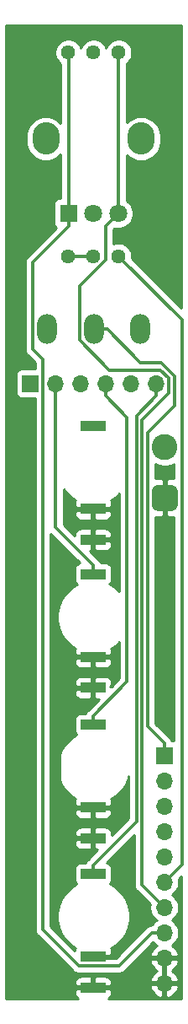
<source format=gbl>
G04 #@! TF.GenerationSoftware,KiCad,Pcbnew,(5.1.5-0-10_14)*
G04 #@! TF.CreationDate,2020-09-23T15:18:55-04:00*
G04 #@! TF.ProjectId,AYOMSM - VCA Control Board,41594f4d-534d-4202-9d20-56434120436f,1.1*
G04 #@! TF.SameCoordinates,Original*
G04 #@! TF.FileFunction,Copper,L2,Bot*
G04 #@! TF.FilePolarity,Positive*
%FSLAX46Y46*%
G04 Gerber Fmt 4.6, Leading zero omitted, Abs format (unit mm)*
G04 Created by KiCad (PCBNEW (5.1.5-0-10_14)) date 2020-09-23 15:18:55*
%MOMM*%
%LPD*%
G04 APERTURE LIST*
%ADD10R,1.700000X1.700000*%
%ADD11O,1.700000X1.700000*%
%ADD12C,1.440000*%
%ADD13R,1.800000X1.800000*%
%ADD14C,1.800000*%
%ADD15O,2.720000X3.240000*%
%ADD16C,0.100000*%
%ADD17C,2.600000*%
%ADD18O,2.000000X3.000000*%
%ADD19R,2.500000X1.000000*%
%ADD20C,0.300000*%
%ADD21C,0.254000*%
G04 APERTURE END LIST*
D10*
X79150000Y-90614500D03*
D11*
X81690000Y-90614500D03*
X84230000Y-90614500D03*
X86770000Y-90614500D03*
X89310000Y-90614500D03*
X91850000Y-90614500D03*
D10*
X92646500Y-127965000D03*
D11*
X92646500Y-130505000D03*
X92646500Y-133045000D03*
X92646500Y-135585000D03*
X92646500Y-138125000D03*
X92646500Y-140665000D03*
X92646500Y-143205000D03*
X92646500Y-145745000D03*
X92646500Y-148285000D03*
X92646500Y-150825000D03*
D12*
X88030000Y-77851000D03*
X85490000Y-77851000D03*
X82950000Y-77851000D03*
X88050000Y-57404000D03*
X85510000Y-57404000D03*
X82970000Y-57404000D03*
D13*
X83000000Y-73556000D03*
D14*
X85500000Y-73556000D03*
X88000000Y-73556000D03*
D15*
X90300000Y-66056000D03*
X80700000Y-66056000D03*
G04 #@! TA.AperFunction,ComponentPad*
D16*
G36*
X93423711Y-100811130D02*
G01*
X93486809Y-100820490D01*
X93548685Y-100835989D01*
X93608744Y-100857478D01*
X93666408Y-100884751D01*
X93721121Y-100917545D01*
X93772356Y-100955543D01*
X93819619Y-100998381D01*
X93862457Y-101045644D01*
X93900455Y-101096879D01*
X93933249Y-101151592D01*
X93960522Y-101209256D01*
X93982011Y-101269315D01*
X93997510Y-101331191D01*
X94006870Y-101394289D01*
X94010000Y-101458000D01*
X94010000Y-102758000D01*
X94006870Y-102821711D01*
X93997510Y-102884809D01*
X93982011Y-102946685D01*
X93960522Y-103006744D01*
X93933249Y-103064408D01*
X93900455Y-103119121D01*
X93862457Y-103170356D01*
X93819619Y-103217619D01*
X93772356Y-103260457D01*
X93721121Y-103298455D01*
X93666408Y-103331249D01*
X93608744Y-103358522D01*
X93548685Y-103380011D01*
X93486809Y-103395510D01*
X93423711Y-103404870D01*
X93360000Y-103408000D01*
X92060000Y-103408000D01*
X91996289Y-103404870D01*
X91933191Y-103395510D01*
X91871315Y-103380011D01*
X91811256Y-103358522D01*
X91753592Y-103331249D01*
X91698879Y-103298455D01*
X91647644Y-103260457D01*
X91600381Y-103217619D01*
X91557543Y-103170356D01*
X91519545Y-103119121D01*
X91486751Y-103064408D01*
X91459478Y-103006744D01*
X91437989Y-102946685D01*
X91422490Y-102884809D01*
X91413130Y-102821711D01*
X91410000Y-102758000D01*
X91410000Y-101458000D01*
X91413130Y-101394289D01*
X91422490Y-101331191D01*
X91437989Y-101269315D01*
X91459478Y-101209256D01*
X91486751Y-101151592D01*
X91519545Y-101096879D01*
X91557543Y-101045644D01*
X91600381Y-100998381D01*
X91647644Y-100955543D01*
X91698879Y-100917545D01*
X91753592Y-100884751D01*
X91811256Y-100857478D01*
X91871315Y-100835989D01*
X91933191Y-100820490D01*
X91996289Y-100811130D01*
X92060000Y-100808000D01*
X93360000Y-100808000D01*
X93423711Y-100811130D01*
G37*
G04 #@! TD.AperFunction*
D17*
X92710000Y-97028000D03*
D18*
X80822800Y-85189800D03*
X85522800Y-85189800D03*
X90222800Y-85189800D03*
D19*
X85471000Y-94902000D03*
X85471000Y-103202000D03*
X85471000Y-106302000D03*
X85471000Y-109761000D03*
X85471000Y-118061000D03*
X85471000Y-121161000D03*
X85471000Y-124874000D03*
X85471000Y-133174000D03*
X85471000Y-136274000D03*
X85471000Y-139860000D03*
X85471000Y-148160000D03*
X85471000Y-151260000D03*
D20*
X85471000Y-121161000D02*
X85471000Y-122061300D01*
X85471000Y-133174000D02*
X83820700Y-133174000D01*
X83820700Y-133174000D02*
X82086300Y-131439600D01*
X82086300Y-131439600D02*
X82086300Y-125446000D01*
X82086300Y-125446000D02*
X85471000Y-122061300D01*
X91850000Y-91864800D02*
X89846600Y-93868200D01*
X89846600Y-93868200D02*
X89846600Y-134584100D01*
X89846600Y-134584100D02*
X85471000Y-138959700D01*
X91850000Y-90614500D02*
X91850000Y-91864800D01*
X85471000Y-139860000D02*
X85471000Y-138959700D01*
X85471000Y-109761000D02*
X85471000Y-108860700D01*
X81690000Y-90614500D02*
X81690000Y-105079700D01*
X81690000Y-105079700D02*
X85471000Y-108860700D01*
X86770000Y-90614500D02*
X86770000Y-91864800D01*
X85471000Y-124874000D02*
X85471000Y-123973700D01*
X85471000Y-123973700D02*
X88907900Y-120536800D01*
X88907900Y-120536800D02*
X88907900Y-94002700D01*
X88907900Y-94002700D02*
X86770000Y-91864800D01*
X92646500Y-126714700D02*
X91000400Y-125068600D01*
X91000400Y-125068600D02*
X91000400Y-95549900D01*
X91000400Y-95549900D02*
X93658500Y-92891800D01*
X93658500Y-92891800D02*
X93658500Y-89863200D01*
X93658500Y-89863200D02*
X92322400Y-88527100D01*
X92322400Y-88527100D02*
X90260400Y-88527100D01*
X90260400Y-88527100D02*
X86923100Y-85189800D01*
X92646500Y-127965000D02*
X92646500Y-126714700D01*
X85522800Y-85189800D02*
X86923100Y-85189800D01*
X85490000Y-77851000D02*
X82950000Y-77851000D01*
X94426200Y-138885300D02*
X92646500Y-140665000D01*
X94426200Y-84247200D02*
X94426200Y-138885300D01*
X88030000Y-77851000D02*
X94426200Y-84247200D01*
X88050000Y-57404000D02*
X88050000Y-73506000D01*
X88050000Y-73506000D02*
X88000000Y-73556000D01*
X93108200Y-90091100D02*
X93108200Y-91587900D01*
X90397100Y-94299000D02*
X90397100Y-140955600D01*
X92288900Y-89271800D02*
X93108200Y-90091100D01*
X87091900Y-89271800D02*
X92288900Y-89271800D01*
X84095800Y-86275700D02*
X87091900Y-89271800D01*
X84095800Y-80860900D02*
X84095800Y-86275700D01*
X86760000Y-78196700D02*
X84095800Y-80860900D01*
X90397100Y-140955600D02*
X92646500Y-143205000D01*
X86760000Y-74796000D02*
X86760000Y-78196700D01*
X93108200Y-91587900D02*
X90397100Y-94299000D01*
X88000000Y-73556000D02*
X86760000Y-74796000D01*
X92646500Y-145745000D02*
X91396200Y-145745000D01*
X83000000Y-73556000D02*
X83000000Y-74856300D01*
X83000000Y-74856300D02*
X79384900Y-78471400D01*
X79384900Y-78471400D02*
X79384900Y-87182600D01*
X79384900Y-87182600D02*
X80400300Y-88198000D01*
X80400300Y-88198000D02*
X80400300Y-145448300D01*
X80400300Y-145448300D02*
X84012400Y-149060400D01*
X84012400Y-149060400D02*
X88080800Y-149060400D01*
X88080800Y-149060400D02*
X91396200Y-145745000D01*
X83000000Y-73043400D02*
X83000000Y-73556000D01*
X83113900Y-57547900D02*
X82970000Y-57404000D01*
X83000000Y-57434000D02*
X82970000Y-57404000D01*
X83000000Y-73556000D02*
X83000000Y-57434000D01*
D21*
G36*
X94340000Y-83050843D02*
G01*
X89366520Y-78077363D01*
X89385000Y-77984456D01*
X89385000Y-77717544D01*
X89332928Y-77455761D01*
X89230785Y-77209167D01*
X89082497Y-76987238D01*
X88893762Y-76798503D01*
X88671833Y-76650215D01*
X88425239Y-76548072D01*
X88163456Y-76496000D01*
X87896544Y-76496000D01*
X87634761Y-76548072D01*
X87545000Y-76585252D01*
X87545000Y-75121157D01*
X87620560Y-75045597D01*
X87848816Y-75091000D01*
X88151184Y-75091000D01*
X88447743Y-75032011D01*
X88727095Y-74916299D01*
X88978505Y-74748312D01*
X89192312Y-74534505D01*
X89360299Y-74283095D01*
X89476011Y-74003743D01*
X89535000Y-73707184D01*
X89535000Y-73404816D01*
X89476011Y-73108257D01*
X89360299Y-72828905D01*
X89192312Y-72577495D01*
X88978505Y-72363688D01*
X88835000Y-72267801D01*
X88835000Y-67675628D01*
X88882497Y-67733503D01*
X89186275Y-67982807D01*
X89532853Y-68168057D01*
X89908912Y-68282133D01*
X90300000Y-68320652D01*
X90691087Y-68282133D01*
X91067146Y-68168057D01*
X91413725Y-67982807D01*
X91717503Y-67733503D01*
X91966807Y-67429725D01*
X92152057Y-67083147D01*
X92266133Y-66707088D01*
X92295000Y-66413998D01*
X92295000Y-65698003D01*
X92266133Y-65404913D01*
X92152057Y-65028853D01*
X91966807Y-64682275D01*
X91717503Y-64378497D01*
X91413725Y-64129193D01*
X91067147Y-63943943D01*
X90691088Y-63829867D01*
X90300000Y-63791348D01*
X89908913Y-63829867D01*
X89532854Y-63943943D01*
X89186276Y-64129193D01*
X88882498Y-64378497D01*
X88835000Y-64436373D01*
X88835000Y-58509124D01*
X88913762Y-58456497D01*
X89102497Y-58267762D01*
X89250785Y-58045833D01*
X89352928Y-57799239D01*
X89405000Y-57537456D01*
X89405000Y-57270544D01*
X89352928Y-57008761D01*
X89250785Y-56762167D01*
X89102497Y-56540238D01*
X88913762Y-56351503D01*
X88691833Y-56203215D01*
X88445239Y-56101072D01*
X88183456Y-56049000D01*
X87916544Y-56049000D01*
X87654761Y-56101072D01*
X87408167Y-56203215D01*
X87186238Y-56351503D01*
X86997503Y-56540238D01*
X86849215Y-56762167D01*
X86780000Y-56929266D01*
X86710785Y-56762167D01*
X86562497Y-56540238D01*
X86373762Y-56351503D01*
X86151833Y-56203215D01*
X85905239Y-56101072D01*
X85643456Y-56049000D01*
X85376544Y-56049000D01*
X85114761Y-56101072D01*
X84868167Y-56203215D01*
X84646238Y-56351503D01*
X84457503Y-56540238D01*
X84309215Y-56762167D01*
X84240000Y-56929266D01*
X84170785Y-56762167D01*
X84022497Y-56540238D01*
X83833762Y-56351503D01*
X83611833Y-56203215D01*
X83365239Y-56101072D01*
X83103456Y-56049000D01*
X82836544Y-56049000D01*
X82574761Y-56101072D01*
X82328167Y-56203215D01*
X82106238Y-56351503D01*
X81917503Y-56540238D01*
X81769215Y-56762167D01*
X81667072Y-57008761D01*
X81615000Y-57270544D01*
X81615000Y-57537456D01*
X81667072Y-57799239D01*
X81769215Y-58045833D01*
X81917503Y-58267762D01*
X82106238Y-58456497D01*
X82215001Y-58529170D01*
X82215001Y-64497298D01*
X82117503Y-64378497D01*
X81813725Y-64129193D01*
X81467147Y-63943943D01*
X81091088Y-63829867D01*
X80700000Y-63791348D01*
X80308913Y-63829867D01*
X79932854Y-63943943D01*
X79586276Y-64129193D01*
X79282498Y-64378497D01*
X79033193Y-64682275D01*
X78847943Y-65028853D01*
X78733867Y-65404912D01*
X78705000Y-65698002D01*
X78705000Y-66413997D01*
X78733867Y-66707087D01*
X78847943Y-67083146D01*
X79033193Y-67429725D01*
X79282497Y-67733503D01*
X79586275Y-67982807D01*
X79932853Y-68168057D01*
X80308912Y-68282133D01*
X80700000Y-68320652D01*
X81091087Y-68282133D01*
X81467146Y-68168057D01*
X81813725Y-67982807D01*
X82117503Y-67733503D01*
X82215000Y-67614702D01*
X82215000Y-72017928D01*
X82100000Y-72017928D01*
X81975518Y-72030188D01*
X81855820Y-72066498D01*
X81745506Y-72125463D01*
X81648815Y-72204815D01*
X81569463Y-72301506D01*
X81510498Y-72411820D01*
X81474188Y-72531518D01*
X81461928Y-72656000D01*
X81461928Y-74456000D01*
X81474188Y-74580482D01*
X81510498Y-74700180D01*
X81569463Y-74810494D01*
X81648815Y-74907185D01*
X81745506Y-74986537D01*
X81754694Y-74991448D01*
X78857090Y-77889053D01*
X78827136Y-77913636D01*
X78729038Y-78033168D01*
X78656146Y-78169541D01*
X78611259Y-78317514D01*
X78599900Y-78432840D01*
X78599900Y-78432847D01*
X78596103Y-78471400D01*
X78599900Y-78509953D01*
X78599901Y-87144037D01*
X78596103Y-87182600D01*
X78611259Y-87336486D01*
X78656146Y-87484459D01*
X78656147Y-87484460D01*
X78729039Y-87620833D01*
X78744963Y-87640236D01*
X78802555Y-87710412D01*
X78802559Y-87710416D01*
X78827137Y-87740364D01*
X78857085Y-87764942D01*
X79615300Y-88523158D01*
X79615300Y-89126428D01*
X78300000Y-89126428D01*
X78175518Y-89138688D01*
X78055820Y-89174998D01*
X77945506Y-89233963D01*
X77848815Y-89313315D01*
X77769463Y-89410006D01*
X77710498Y-89520320D01*
X77674188Y-89640018D01*
X77661928Y-89764500D01*
X77661928Y-91464500D01*
X77674188Y-91588982D01*
X77710498Y-91708680D01*
X77769463Y-91818994D01*
X77848815Y-91915685D01*
X77945506Y-91995037D01*
X78055820Y-92054002D01*
X78175518Y-92090312D01*
X78300000Y-92102572D01*
X79615300Y-92102572D01*
X79615301Y-145409737D01*
X79611503Y-145448300D01*
X79626659Y-145602186D01*
X79671546Y-145750159D01*
X79671547Y-145750160D01*
X79744439Y-145886533D01*
X79784990Y-145935944D01*
X79817955Y-145976112D01*
X79817959Y-145976116D01*
X79842537Y-146006064D01*
X79872485Y-146030642D01*
X83430053Y-149588210D01*
X83454636Y-149618164D01*
X83574167Y-149716262D01*
X83710540Y-149789154D01*
X83858513Y-149834042D01*
X83933426Y-149841420D01*
X83973839Y-149845400D01*
X83973844Y-149845400D01*
X84012400Y-149849197D01*
X84050956Y-149845400D01*
X88042247Y-149845400D01*
X88080800Y-149849197D01*
X88119353Y-149845400D01*
X88119361Y-149845400D01*
X88234687Y-149834041D01*
X88382660Y-149789154D01*
X88519033Y-149716262D01*
X88638564Y-149618164D01*
X88663147Y-149588210D01*
X89609467Y-148641890D01*
X91205024Y-148641890D01*
X91249675Y-148789099D01*
X91374859Y-149051920D01*
X91548912Y-149285269D01*
X91765145Y-149480178D01*
X91890755Y-149555000D01*
X91765145Y-149629822D01*
X91548912Y-149824731D01*
X91374859Y-150058080D01*
X91249675Y-150320901D01*
X91205024Y-150468110D01*
X91326345Y-150698000D01*
X92519500Y-150698000D01*
X92519500Y-148412000D01*
X92773500Y-148412000D01*
X92773500Y-150698000D01*
X93966655Y-150698000D01*
X94087976Y-150468110D01*
X94043325Y-150320901D01*
X93918141Y-150058080D01*
X93744088Y-149824731D01*
X93527855Y-149629822D01*
X93402245Y-149555000D01*
X93527855Y-149480178D01*
X93744088Y-149285269D01*
X93918141Y-149051920D01*
X94043325Y-148789099D01*
X94087976Y-148641890D01*
X93966655Y-148412000D01*
X92773500Y-148412000D01*
X92519500Y-148412000D01*
X91326345Y-148412000D01*
X91205024Y-148641890D01*
X89609467Y-148641890D01*
X91526375Y-146724982D01*
X91699868Y-146898475D01*
X91882034Y-147020195D01*
X91765145Y-147089822D01*
X91548912Y-147284731D01*
X91374859Y-147518080D01*
X91249675Y-147780901D01*
X91205024Y-147928110D01*
X91326345Y-148158000D01*
X92519500Y-148158000D01*
X92519500Y-148138000D01*
X92773500Y-148138000D01*
X92773500Y-148158000D01*
X93966655Y-148158000D01*
X94087976Y-147928110D01*
X94043325Y-147780901D01*
X93918141Y-147518080D01*
X93744088Y-147284731D01*
X93527855Y-147089822D01*
X93410966Y-147020195D01*
X93593132Y-146898475D01*
X93799975Y-146691632D01*
X93962490Y-146448411D01*
X94074432Y-146178158D01*
X94131500Y-145891260D01*
X94131500Y-145598740D01*
X94074432Y-145311842D01*
X93962490Y-145041589D01*
X93799975Y-144798368D01*
X93593132Y-144591525D01*
X93418740Y-144475000D01*
X93593132Y-144358475D01*
X93799975Y-144151632D01*
X93962490Y-143908411D01*
X94074432Y-143638158D01*
X94131500Y-143351260D01*
X94131500Y-143058740D01*
X94074432Y-142771842D01*
X93962490Y-142501589D01*
X93799975Y-142258368D01*
X93593132Y-142051525D01*
X93418740Y-141935000D01*
X93593132Y-141818475D01*
X93799975Y-141611632D01*
X93962490Y-141368411D01*
X94074432Y-141098158D01*
X94131500Y-140811260D01*
X94131500Y-140518740D01*
X94093575Y-140328082D01*
X94340001Y-140081656D01*
X94340001Y-152340000D01*
X86982957Y-152340000D01*
X87075494Y-152290537D01*
X87172185Y-152211185D01*
X87251537Y-152114494D01*
X87310502Y-152004180D01*
X87346812Y-151884482D01*
X87359072Y-151760000D01*
X87356000Y-151545750D01*
X87197250Y-151387000D01*
X85598000Y-151387000D01*
X85598000Y-151407000D01*
X85344000Y-151407000D01*
X85344000Y-151387000D01*
X83744750Y-151387000D01*
X83586000Y-151545750D01*
X83582928Y-151760000D01*
X83595188Y-151884482D01*
X83631498Y-152004180D01*
X83690463Y-152114494D01*
X83769815Y-152211185D01*
X83866506Y-152290537D01*
X83959043Y-152340000D01*
X76660000Y-152340000D01*
X76660000Y-151181890D01*
X91205024Y-151181890D01*
X91249675Y-151329099D01*
X91374859Y-151591920D01*
X91548912Y-151825269D01*
X91765145Y-152020178D01*
X92015248Y-152169157D01*
X92289609Y-152266481D01*
X92519500Y-152145814D01*
X92519500Y-150952000D01*
X92773500Y-150952000D01*
X92773500Y-152145814D01*
X93003391Y-152266481D01*
X93277752Y-152169157D01*
X93527855Y-152020178D01*
X93744088Y-151825269D01*
X93918141Y-151591920D01*
X94043325Y-151329099D01*
X94087976Y-151181890D01*
X93966655Y-150952000D01*
X92773500Y-150952000D01*
X92519500Y-150952000D01*
X91326345Y-150952000D01*
X91205024Y-151181890D01*
X76660000Y-151181890D01*
X76660000Y-150760000D01*
X83582928Y-150760000D01*
X83586000Y-150974250D01*
X83744750Y-151133000D01*
X85344000Y-151133000D01*
X85344000Y-150283750D01*
X85598000Y-150283750D01*
X85598000Y-151133000D01*
X87197250Y-151133000D01*
X87356000Y-150974250D01*
X87359072Y-150760000D01*
X87346812Y-150635518D01*
X87310502Y-150515820D01*
X87251537Y-150405506D01*
X87172185Y-150308815D01*
X87075494Y-150229463D01*
X86965180Y-150170498D01*
X86845482Y-150134188D01*
X86721000Y-150121928D01*
X85756750Y-150125000D01*
X85598000Y-150283750D01*
X85344000Y-150283750D01*
X85185250Y-150125000D01*
X84221000Y-150121928D01*
X84096518Y-150134188D01*
X83976820Y-150170498D01*
X83866506Y-150229463D01*
X83769815Y-150308815D01*
X83690463Y-150405506D01*
X83631498Y-150515820D01*
X83595188Y-150635518D01*
X83582928Y-150760000D01*
X76660000Y-150760000D01*
X76660000Y-54660000D01*
X94340000Y-54660000D01*
X94340000Y-83050843D01*
G37*
X94340000Y-83050843D02*
X89366520Y-78077363D01*
X89385000Y-77984456D01*
X89385000Y-77717544D01*
X89332928Y-77455761D01*
X89230785Y-77209167D01*
X89082497Y-76987238D01*
X88893762Y-76798503D01*
X88671833Y-76650215D01*
X88425239Y-76548072D01*
X88163456Y-76496000D01*
X87896544Y-76496000D01*
X87634761Y-76548072D01*
X87545000Y-76585252D01*
X87545000Y-75121157D01*
X87620560Y-75045597D01*
X87848816Y-75091000D01*
X88151184Y-75091000D01*
X88447743Y-75032011D01*
X88727095Y-74916299D01*
X88978505Y-74748312D01*
X89192312Y-74534505D01*
X89360299Y-74283095D01*
X89476011Y-74003743D01*
X89535000Y-73707184D01*
X89535000Y-73404816D01*
X89476011Y-73108257D01*
X89360299Y-72828905D01*
X89192312Y-72577495D01*
X88978505Y-72363688D01*
X88835000Y-72267801D01*
X88835000Y-67675628D01*
X88882497Y-67733503D01*
X89186275Y-67982807D01*
X89532853Y-68168057D01*
X89908912Y-68282133D01*
X90300000Y-68320652D01*
X90691087Y-68282133D01*
X91067146Y-68168057D01*
X91413725Y-67982807D01*
X91717503Y-67733503D01*
X91966807Y-67429725D01*
X92152057Y-67083147D01*
X92266133Y-66707088D01*
X92295000Y-66413998D01*
X92295000Y-65698003D01*
X92266133Y-65404913D01*
X92152057Y-65028853D01*
X91966807Y-64682275D01*
X91717503Y-64378497D01*
X91413725Y-64129193D01*
X91067147Y-63943943D01*
X90691088Y-63829867D01*
X90300000Y-63791348D01*
X89908913Y-63829867D01*
X89532854Y-63943943D01*
X89186276Y-64129193D01*
X88882498Y-64378497D01*
X88835000Y-64436373D01*
X88835000Y-58509124D01*
X88913762Y-58456497D01*
X89102497Y-58267762D01*
X89250785Y-58045833D01*
X89352928Y-57799239D01*
X89405000Y-57537456D01*
X89405000Y-57270544D01*
X89352928Y-57008761D01*
X89250785Y-56762167D01*
X89102497Y-56540238D01*
X88913762Y-56351503D01*
X88691833Y-56203215D01*
X88445239Y-56101072D01*
X88183456Y-56049000D01*
X87916544Y-56049000D01*
X87654761Y-56101072D01*
X87408167Y-56203215D01*
X87186238Y-56351503D01*
X86997503Y-56540238D01*
X86849215Y-56762167D01*
X86780000Y-56929266D01*
X86710785Y-56762167D01*
X86562497Y-56540238D01*
X86373762Y-56351503D01*
X86151833Y-56203215D01*
X85905239Y-56101072D01*
X85643456Y-56049000D01*
X85376544Y-56049000D01*
X85114761Y-56101072D01*
X84868167Y-56203215D01*
X84646238Y-56351503D01*
X84457503Y-56540238D01*
X84309215Y-56762167D01*
X84240000Y-56929266D01*
X84170785Y-56762167D01*
X84022497Y-56540238D01*
X83833762Y-56351503D01*
X83611833Y-56203215D01*
X83365239Y-56101072D01*
X83103456Y-56049000D01*
X82836544Y-56049000D01*
X82574761Y-56101072D01*
X82328167Y-56203215D01*
X82106238Y-56351503D01*
X81917503Y-56540238D01*
X81769215Y-56762167D01*
X81667072Y-57008761D01*
X81615000Y-57270544D01*
X81615000Y-57537456D01*
X81667072Y-57799239D01*
X81769215Y-58045833D01*
X81917503Y-58267762D01*
X82106238Y-58456497D01*
X82215001Y-58529170D01*
X82215001Y-64497298D01*
X82117503Y-64378497D01*
X81813725Y-64129193D01*
X81467147Y-63943943D01*
X81091088Y-63829867D01*
X80700000Y-63791348D01*
X80308913Y-63829867D01*
X79932854Y-63943943D01*
X79586276Y-64129193D01*
X79282498Y-64378497D01*
X79033193Y-64682275D01*
X78847943Y-65028853D01*
X78733867Y-65404912D01*
X78705000Y-65698002D01*
X78705000Y-66413997D01*
X78733867Y-66707087D01*
X78847943Y-67083146D01*
X79033193Y-67429725D01*
X79282497Y-67733503D01*
X79586275Y-67982807D01*
X79932853Y-68168057D01*
X80308912Y-68282133D01*
X80700000Y-68320652D01*
X81091087Y-68282133D01*
X81467146Y-68168057D01*
X81813725Y-67982807D01*
X82117503Y-67733503D01*
X82215000Y-67614702D01*
X82215000Y-72017928D01*
X82100000Y-72017928D01*
X81975518Y-72030188D01*
X81855820Y-72066498D01*
X81745506Y-72125463D01*
X81648815Y-72204815D01*
X81569463Y-72301506D01*
X81510498Y-72411820D01*
X81474188Y-72531518D01*
X81461928Y-72656000D01*
X81461928Y-74456000D01*
X81474188Y-74580482D01*
X81510498Y-74700180D01*
X81569463Y-74810494D01*
X81648815Y-74907185D01*
X81745506Y-74986537D01*
X81754694Y-74991448D01*
X78857090Y-77889053D01*
X78827136Y-77913636D01*
X78729038Y-78033168D01*
X78656146Y-78169541D01*
X78611259Y-78317514D01*
X78599900Y-78432840D01*
X78599900Y-78432847D01*
X78596103Y-78471400D01*
X78599900Y-78509953D01*
X78599901Y-87144037D01*
X78596103Y-87182600D01*
X78611259Y-87336486D01*
X78656146Y-87484459D01*
X78656147Y-87484460D01*
X78729039Y-87620833D01*
X78744963Y-87640236D01*
X78802555Y-87710412D01*
X78802559Y-87710416D01*
X78827137Y-87740364D01*
X78857085Y-87764942D01*
X79615300Y-88523158D01*
X79615300Y-89126428D01*
X78300000Y-89126428D01*
X78175518Y-89138688D01*
X78055820Y-89174998D01*
X77945506Y-89233963D01*
X77848815Y-89313315D01*
X77769463Y-89410006D01*
X77710498Y-89520320D01*
X77674188Y-89640018D01*
X77661928Y-89764500D01*
X77661928Y-91464500D01*
X77674188Y-91588982D01*
X77710498Y-91708680D01*
X77769463Y-91818994D01*
X77848815Y-91915685D01*
X77945506Y-91995037D01*
X78055820Y-92054002D01*
X78175518Y-92090312D01*
X78300000Y-92102572D01*
X79615300Y-92102572D01*
X79615301Y-145409737D01*
X79611503Y-145448300D01*
X79626659Y-145602186D01*
X79671546Y-145750159D01*
X79671547Y-145750160D01*
X79744439Y-145886533D01*
X79784990Y-145935944D01*
X79817955Y-145976112D01*
X79817959Y-145976116D01*
X79842537Y-146006064D01*
X79872485Y-146030642D01*
X83430053Y-149588210D01*
X83454636Y-149618164D01*
X83574167Y-149716262D01*
X83710540Y-149789154D01*
X83858513Y-149834042D01*
X83933426Y-149841420D01*
X83973839Y-149845400D01*
X83973844Y-149845400D01*
X84012400Y-149849197D01*
X84050956Y-149845400D01*
X88042247Y-149845400D01*
X88080800Y-149849197D01*
X88119353Y-149845400D01*
X88119361Y-149845400D01*
X88234687Y-149834041D01*
X88382660Y-149789154D01*
X88519033Y-149716262D01*
X88638564Y-149618164D01*
X88663147Y-149588210D01*
X89609467Y-148641890D01*
X91205024Y-148641890D01*
X91249675Y-148789099D01*
X91374859Y-149051920D01*
X91548912Y-149285269D01*
X91765145Y-149480178D01*
X91890755Y-149555000D01*
X91765145Y-149629822D01*
X91548912Y-149824731D01*
X91374859Y-150058080D01*
X91249675Y-150320901D01*
X91205024Y-150468110D01*
X91326345Y-150698000D01*
X92519500Y-150698000D01*
X92519500Y-148412000D01*
X92773500Y-148412000D01*
X92773500Y-150698000D01*
X93966655Y-150698000D01*
X94087976Y-150468110D01*
X94043325Y-150320901D01*
X93918141Y-150058080D01*
X93744088Y-149824731D01*
X93527855Y-149629822D01*
X93402245Y-149555000D01*
X93527855Y-149480178D01*
X93744088Y-149285269D01*
X93918141Y-149051920D01*
X94043325Y-148789099D01*
X94087976Y-148641890D01*
X93966655Y-148412000D01*
X92773500Y-148412000D01*
X92519500Y-148412000D01*
X91326345Y-148412000D01*
X91205024Y-148641890D01*
X89609467Y-148641890D01*
X91526375Y-146724982D01*
X91699868Y-146898475D01*
X91882034Y-147020195D01*
X91765145Y-147089822D01*
X91548912Y-147284731D01*
X91374859Y-147518080D01*
X91249675Y-147780901D01*
X91205024Y-147928110D01*
X91326345Y-148158000D01*
X92519500Y-148158000D01*
X92519500Y-148138000D01*
X92773500Y-148138000D01*
X92773500Y-148158000D01*
X93966655Y-148158000D01*
X94087976Y-147928110D01*
X94043325Y-147780901D01*
X93918141Y-147518080D01*
X93744088Y-147284731D01*
X93527855Y-147089822D01*
X93410966Y-147020195D01*
X93593132Y-146898475D01*
X93799975Y-146691632D01*
X93962490Y-146448411D01*
X94074432Y-146178158D01*
X94131500Y-145891260D01*
X94131500Y-145598740D01*
X94074432Y-145311842D01*
X93962490Y-145041589D01*
X93799975Y-144798368D01*
X93593132Y-144591525D01*
X93418740Y-144475000D01*
X93593132Y-144358475D01*
X93799975Y-144151632D01*
X93962490Y-143908411D01*
X94074432Y-143638158D01*
X94131500Y-143351260D01*
X94131500Y-143058740D01*
X94074432Y-142771842D01*
X93962490Y-142501589D01*
X93799975Y-142258368D01*
X93593132Y-142051525D01*
X93418740Y-141935000D01*
X93593132Y-141818475D01*
X93799975Y-141611632D01*
X93962490Y-141368411D01*
X94074432Y-141098158D01*
X94131500Y-140811260D01*
X94131500Y-140518740D01*
X94093575Y-140328082D01*
X94340001Y-140081656D01*
X94340001Y-152340000D01*
X86982957Y-152340000D01*
X87075494Y-152290537D01*
X87172185Y-152211185D01*
X87251537Y-152114494D01*
X87310502Y-152004180D01*
X87346812Y-151884482D01*
X87359072Y-151760000D01*
X87356000Y-151545750D01*
X87197250Y-151387000D01*
X85598000Y-151387000D01*
X85598000Y-151407000D01*
X85344000Y-151407000D01*
X85344000Y-151387000D01*
X83744750Y-151387000D01*
X83586000Y-151545750D01*
X83582928Y-151760000D01*
X83595188Y-151884482D01*
X83631498Y-152004180D01*
X83690463Y-152114494D01*
X83769815Y-152211185D01*
X83866506Y-152290537D01*
X83959043Y-152340000D01*
X76660000Y-152340000D01*
X76660000Y-151181890D01*
X91205024Y-151181890D01*
X91249675Y-151329099D01*
X91374859Y-151591920D01*
X91548912Y-151825269D01*
X91765145Y-152020178D01*
X92015248Y-152169157D01*
X92289609Y-152266481D01*
X92519500Y-152145814D01*
X92519500Y-150952000D01*
X92773500Y-150952000D01*
X92773500Y-152145814D01*
X93003391Y-152266481D01*
X93277752Y-152169157D01*
X93527855Y-152020178D01*
X93744088Y-151825269D01*
X93918141Y-151591920D01*
X94043325Y-151329099D01*
X94087976Y-151181890D01*
X93966655Y-150952000D01*
X92773500Y-150952000D01*
X92519500Y-150952000D01*
X91326345Y-150952000D01*
X91205024Y-151181890D01*
X76660000Y-151181890D01*
X76660000Y-150760000D01*
X83582928Y-150760000D01*
X83586000Y-150974250D01*
X83744750Y-151133000D01*
X85344000Y-151133000D01*
X85344000Y-150283750D01*
X85598000Y-150283750D01*
X85598000Y-151133000D01*
X87197250Y-151133000D01*
X87356000Y-150974250D01*
X87359072Y-150760000D01*
X87346812Y-150635518D01*
X87310502Y-150515820D01*
X87251537Y-150405506D01*
X87172185Y-150308815D01*
X87075494Y-150229463D01*
X86965180Y-150170498D01*
X86845482Y-150134188D01*
X86721000Y-150121928D01*
X85756750Y-150125000D01*
X85598000Y-150283750D01*
X85344000Y-150283750D01*
X85185250Y-150125000D01*
X84221000Y-150121928D01*
X84096518Y-150134188D01*
X83976820Y-150170498D01*
X83866506Y-150229463D01*
X83769815Y-150308815D01*
X83690463Y-150405506D01*
X83631498Y-150515820D01*
X83595188Y-150635518D01*
X83582928Y-150760000D01*
X76660000Y-150760000D01*
X76660000Y-54660000D01*
X94340000Y-54660000D01*
X94340000Y-83050843D01*
G36*
X89612101Y-140917037D02*
G01*
X89608303Y-140955600D01*
X89623459Y-141109486D01*
X89668346Y-141257459D01*
X89668347Y-141257460D01*
X89741239Y-141393833D01*
X89778013Y-141438641D01*
X89814755Y-141483412D01*
X89814759Y-141483416D01*
X89839337Y-141513364D01*
X89869285Y-141537942D01*
X91199425Y-142868082D01*
X91161500Y-143058740D01*
X91161500Y-143351260D01*
X91218568Y-143638158D01*
X91330510Y-143908411D01*
X91493025Y-144151632D01*
X91699868Y-144358475D01*
X91874260Y-144475000D01*
X91699868Y-144591525D01*
X91493025Y-144798368D01*
X91386955Y-144957113D01*
X91357644Y-144960000D01*
X91357639Y-144960000D01*
X91317226Y-144963980D01*
X91242313Y-144971358D01*
X91114706Y-145010068D01*
X91094340Y-145016246D01*
X90957967Y-145089138D01*
X90838436Y-145187236D01*
X90813853Y-145217190D01*
X87755643Y-148275400D01*
X85324000Y-148275400D01*
X85324000Y-148033000D01*
X85344000Y-148033000D01*
X85344000Y-148013000D01*
X85598000Y-148013000D01*
X85598000Y-148033000D01*
X87197250Y-148033000D01*
X87356000Y-147874250D01*
X87359072Y-147660000D01*
X87346812Y-147535518D01*
X87310502Y-147415820D01*
X87262603Y-147326208D01*
X87835247Y-146943579D01*
X88345507Y-146433319D01*
X88746416Y-145833317D01*
X89022566Y-145166631D01*
X89163347Y-144458880D01*
X89163347Y-143737264D01*
X89022566Y-143029513D01*
X88746416Y-142362827D01*
X88345507Y-141762825D01*
X87835247Y-141252565D01*
X87235245Y-140851656D01*
X87160564Y-140820722D01*
X87172185Y-140811185D01*
X87251537Y-140714494D01*
X87310502Y-140604180D01*
X87346812Y-140484482D01*
X87359072Y-140360000D01*
X87359072Y-139360000D01*
X87346812Y-139235518D01*
X87310502Y-139115820D01*
X87251537Y-139005506D01*
X87172185Y-138908815D01*
X87075494Y-138829463D01*
X86965180Y-138770498D01*
X86845482Y-138734188D01*
X86810149Y-138730708D01*
X89612101Y-135928756D01*
X89612101Y-140917037D01*
G37*
X89612101Y-140917037D02*
X89608303Y-140955600D01*
X89623459Y-141109486D01*
X89668346Y-141257459D01*
X89668347Y-141257460D01*
X89741239Y-141393833D01*
X89778013Y-141438641D01*
X89814755Y-141483412D01*
X89814759Y-141483416D01*
X89839337Y-141513364D01*
X89869285Y-141537942D01*
X91199425Y-142868082D01*
X91161500Y-143058740D01*
X91161500Y-143351260D01*
X91218568Y-143638158D01*
X91330510Y-143908411D01*
X91493025Y-144151632D01*
X91699868Y-144358475D01*
X91874260Y-144475000D01*
X91699868Y-144591525D01*
X91493025Y-144798368D01*
X91386955Y-144957113D01*
X91357644Y-144960000D01*
X91357639Y-144960000D01*
X91317226Y-144963980D01*
X91242313Y-144971358D01*
X91114706Y-145010068D01*
X91094340Y-145016246D01*
X90957967Y-145089138D01*
X90838436Y-145187236D01*
X90813853Y-145217190D01*
X87755643Y-148275400D01*
X85324000Y-148275400D01*
X85324000Y-148033000D01*
X85344000Y-148033000D01*
X85344000Y-148013000D01*
X85598000Y-148013000D01*
X85598000Y-148033000D01*
X87197250Y-148033000D01*
X87356000Y-147874250D01*
X87359072Y-147660000D01*
X87346812Y-147535518D01*
X87310502Y-147415820D01*
X87262603Y-147326208D01*
X87835247Y-146943579D01*
X88345507Y-146433319D01*
X88746416Y-145833317D01*
X89022566Y-145166631D01*
X89163347Y-144458880D01*
X89163347Y-143737264D01*
X89022566Y-143029513D01*
X88746416Y-142362827D01*
X88345507Y-141762825D01*
X87835247Y-141252565D01*
X87235245Y-140851656D01*
X87160564Y-140820722D01*
X87172185Y-140811185D01*
X87251537Y-140714494D01*
X87310502Y-140604180D01*
X87346812Y-140484482D01*
X87359072Y-140360000D01*
X87359072Y-139360000D01*
X87346812Y-139235518D01*
X87310502Y-139115820D01*
X87251537Y-139005506D01*
X87172185Y-138908815D01*
X87075494Y-138829463D01*
X86965180Y-138770498D01*
X86845482Y-138734188D01*
X86810149Y-138730708D01*
X89612101Y-135928756D01*
X89612101Y-140917037D01*
G36*
X84131850Y-108631708D02*
G01*
X84096518Y-108635188D01*
X83976820Y-108671498D01*
X83866506Y-108730463D01*
X83769815Y-108809815D01*
X83690463Y-108906506D01*
X83631498Y-109016820D01*
X83595188Y-109136518D01*
X83582928Y-109261000D01*
X83582928Y-110261000D01*
X83595188Y-110385482D01*
X83631498Y-110505180D01*
X83690463Y-110615494D01*
X83769815Y-110712185D01*
X83838893Y-110768875D01*
X83764755Y-110799584D01*
X83164753Y-111200493D01*
X82654493Y-111710753D01*
X82253584Y-112310755D01*
X81977434Y-112977441D01*
X81836653Y-113685192D01*
X81836653Y-114406808D01*
X81977434Y-115114559D01*
X82253584Y-115781245D01*
X82654493Y-116381247D01*
X83164753Y-116891507D01*
X83676178Y-117233231D01*
X83631498Y-117316820D01*
X83595188Y-117436518D01*
X83582928Y-117561000D01*
X83586000Y-117775250D01*
X83744750Y-117934000D01*
X85344000Y-117934000D01*
X85344000Y-117914000D01*
X85598000Y-117914000D01*
X85598000Y-117934000D01*
X87197250Y-117934000D01*
X87356000Y-117775250D01*
X87359072Y-117561000D01*
X87346812Y-117436518D01*
X87310502Y-117316820D01*
X87281085Y-117261786D01*
X87835247Y-116891507D01*
X88122900Y-116603854D01*
X88122900Y-120211643D01*
X87300545Y-121033998D01*
X87197252Y-121033998D01*
X87356000Y-120875250D01*
X87359072Y-120661000D01*
X87346812Y-120536518D01*
X87310502Y-120416820D01*
X87251537Y-120306506D01*
X87172185Y-120209815D01*
X87075494Y-120130463D01*
X86965180Y-120071498D01*
X86845482Y-120035188D01*
X86721000Y-120022928D01*
X85756750Y-120026000D01*
X85598000Y-120184750D01*
X85598000Y-121034000D01*
X85618000Y-121034000D01*
X85618000Y-121288000D01*
X85598000Y-121288000D01*
X85598000Y-122137250D01*
X85756750Y-122296000D01*
X86037648Y-122296895D01*
X84943185Y-123391358D01*
X84913237Y-123415936D01*
X84888659Y-123445884D01*
X84888655Y-123445888D01*
X84855690Y-123486056D01*
X84815139Y-123535467D01*
X84776177Y-123608360D01*
X84742246Y-123671841D01*
X84722805Y-123735928D01*
X84221000Y-123735928D01*
X84096518Y-123748188D01*
X83976820Y-123784498D01*
X83866506Y-123843463D01*
X83769815Y-123922815D01*
X83690463Y-124019506D01*
X83631498Y-124129820D01*
X83595188Y-124249518D01*
X83582928Y-124374000D01*
X83582928Y-125374000D01*
X83595188Y-125498482D01*
X83631498Y-125618180D01*
X83690463Y-125728494D01*
X83769815Y-125825185D01*
X83800891Y-125850688D01*
X83764755Y-125865656D01*
X83164753Y-126266565D01*
X82654493Y-126776825D01*
X82253584Y-127376827D01*
X81977434Y-128043513D01*
X81836653Y-128751264D01*
X81836653Y-129472880D01*
X81977434Y-130180631D01*
X82253584Y-130847317D01*
X82654493Y-131447319D01*
X83164753Y-131957579D01*
X83696112Y-132312622D01*
X83690463Y-132319506D01*
X83631498Y-132429820D01*
X83595188Y-132549518D01*
X83582928Y-132674000D01*
X83586000Y-132888250D01*
X83744750Y-133047000D01*
X85344000Y-133047000D01*
X85344000Y-133027000D01*
X85598000Y-133027000D01*
X85598000Y-133047000D01*
X87197250Y-133047000D01*
X87356000Y-132888250D01*
X87359072Y-132674000D01*
X87346812Y-132549518D01*
X87310502Y-132429820D01*
X87262603Y-132340208D01*
X87835247Y-131957579D01*
X88345507Y-131447319D01*
X88746416Y-130847317D01*
X89022566Y-130180631D01*
X89061601Y-129984390D01*
X89061601Y-134258942D01*
X87356345Y-135964198D01*
X87359072Y-135774000D01*
X87346812Y-135649518D01*
X87310502Y-135529820D01*
X87251537Y-135419506D01*
X87172185Y-135322815D01*
X87075494Y-135243463D01*
X86965180Y-135184498D01*
X86845482Y-135148188D01*
X86721000Y-135135928D01*
X85756750Y-135139000D01*
X85598000Y-135297750D01*
X85598000Y-136147000D01*
X85618000Y-136147000D01*
X85618000Y-136401000D01*
X85598000Y-136401000D01*
X85598000Y-137250250D01*
X85756750Y-137409000D01*
X85911051Y-137409492D01*
X84943185Y-138377358D01*
X84913237Y-138401936D01*
X84888659Y-138431884D01*
X84888655Y-138431888D01*
X84855690Y-138472056D01*
X84815139Y-138521467D01*
X84782014Y-138583441D01*
X84742246Y-138657841D01*
X84722805Y-138721928D01*
X84221000Y-138721928D01*
X84096518Y-138734188D01*
X83976820Y-138770498D01*
X83866506Y-138829463D01*
X83769815Y-138908815D01*
X83690463Y-139005506D01*
X83631498Y-139115820D01*
X83595188Y-139235518D01*
X83582928Y-139360000D01*
X83582928Y-140360000D01*
X83595188Y-140484482D01*
X83631498Y-140604180D01*
X83690463Y-140714494D01*
X83769815Y-140811185D01*
X83800891Y-140836688D01*
X83764755Y-140851656D01*
X83164753Y-141252565D01*
X82654493Y-141762825D01*
X82253584Y-142362827D01*
X81977434Y-143029513D01*
X81836653Y-143737264D01*
X81836653Y-144458880D01*
X81977434Y-145166631D01*
X82253584Y-145833317D01*
X82654493Y-146433319D01*
X83164753Y-146943579D01*
X83696112Y-147298622D01*
X83690463Y-147305506D01*
X83631498Y-147415820D01*
X83595767Y-147533610D01*
X81185300Y-145123143D01*
X81185300Y-136774000D01*
X83582928Y-136774000D01*
X83595188Y-136898482D01*
X83631498Y-137018180D01*
X83690463Y-137128494D01*
X83769815Y-137225185D01*
X83866506Y-137304537D01*
X83976820Y-137363502D01*
X84096518Y-137399812D01*
X84221000Y-137412072D01*
X85185250Y-137409000D01*
X85344000Y-137250250D01*
X85344000Y-136401000D01*
X83744750Y-136401000D01*
X83586000Y-136559750D01*
X83582928Y-136774000D01*
X81185300Y-136774000D01*
X81185300Y-135774000D01*
X83582928Y-135774000D01*
X83586000Y-135988250D01*
X83744750Y-136147000D01*
X85344000Y-136147000D01*
X85344000Y-135297750D01*
X85185250Y-135139000D01*
X84221000Y-135135928D01*
X84096518Y-135148188D01*
X83976820Y-135184498D01*
X83866506Y-135243463D01*
X83769815Y-135322815D01*
X83690463Y-135419506D01*
X83631498Y-135529820D01*
X83595188Y-135649518D01*
X83582928Y-135774000D01*
X81185300Y-135774000D01*
X81185300Y-133674000D01*
X83582928Y-133674000D01*
X83595188Y-133798482D01*
X83631498Y-133918180D01*
X83690463Y-134028494D01*
X83769815Y-134125185D01*
X83866506Y-134204537D01*
X83976820Y-134263502D01*
X84096518Y-134299812D01*
X84221000Y-134312072D01*
X85185250Y-134309000D01*
X85344000Y-134150250D01*
X85344000Y-133301000D01*
X85598000Y-133301000D01*
X85598000Y-134150250D01*
X85756750Y-134309000D01*
X86721000Y-134312072D01*
X86845482Y-134299812D01*
X86965180Y-134263502D01*
X87075494Y-134204537D01*
X87172185Y-134125185D01*
X87251537Y-134028494D01*
X87310502Y-133918180D01*
X87346812Y-133798482D01*
X87359072Y-133674000D01*
X87356000Y-133459750D01*
X87197250Y-133301000D01*
X85598000Y-133301000D01*
X85344000Y-133301000D01*
X83744750Y-133301000D01*
X83586000Y-133459750D01*
X83582928Y-133674000D01*
X81185300Y-133674000D01*
X81185300Y-121661000D01*
X83582928Y-121661000D01*
X83595188Y-121785482D01*
X83631498Y-121905180D01*
X83690463Y-122015494D01*
X83769815Y-122112185D01*
X83866506Y-122191537D01*
X83976820Y-122250502D01*
X84096518Y-122286812D01*
X84221000Y-122299072D01*
X85185250Y-122296000D01*
X85344000Y-122137250D01*
X85344000Y-121288000D01*
X83744750Y-121288000D01*
X83586000Y-121446750D01*
X83582928Y-121661000D01*
X81185300Y-121661000D01*
X81185300Y-120661000D01*
X83582928Y-120661000D01*
X83586000Y-120875250D01*
X83744750Y-121034000D01*
X85344000Y-121034000D01*
X85344000Y-120184750D01*
X85185250Y-120026000D01*
X84221000Y-120022928D01*
X84096518Y-120035188D01*
X83976820Y-120071498D01*
X83866506Y-120130463D01*
X83769815Y-120209815D01*
X83690463Y-120306506D01*
X83631498Y-120416820D01*
X83595188Y-120536518D01*
X83582928Y-120661000D01*
X81185300Y-120661000D01*
X81185300Y-118561000D01*
X83582928Y-118561000D01*
X83595188Y-118685482D01*
X83631498Y-118805180D01*
X83690463Y-118915494D01*
X83769815Y-119012185D01*
X83866506Y-119091537D01*
X83976820Y-119150502D01*
X84096518Y-119186812D01*
X84221000Y-119199072D01*
X85185250Y-119196000D01*
X85344000Y-119037250D01*
X85344000Y-118188000D01*
X85598000Y-118188000D01*
X85598000Y-119037250D01*
X85756750Y-119196000D01*
X86721000Y-119199072D01*
X86845482Y-119186812D01*
X86965180Y-119150502D01*
X87075494Y-119091537D01*
X87172185Y-119012185D01*
X87251537Y-118915494D01*
X87310502Y-118805180D01*
X87346812Y-118685482D01*
X87359072Y-118561000D01*
X87356000Y-118346750D01*
X87197250Y-118188000D01*
X85598000Y-118188000D01*
X85344000Y-118188000D01*
X83744750Y-118188000D01*
X83586000Y-118346750D01*
X83582928Y-118561000D01*
X81185300Y-118561000D01*
X81185300Y-105685157D01*
X84131850Y-108631708D01*
G37*
X84131850Y-108631708D02*
X84096518Y-108635188D01*
X83976820Y-108671498D01*
X83866506Y-108730463D01*
X83769815Y-108809815D01*
X83690463Y-108906506D01*
X83631498Y-109016820D01*
X83595188Y-109136518D01*
X83582928Y-109261000D01*
X83582928Y-110261000D01*
X83595188Y-110385482D01*
X83631498Y-110505180D01*
X83690463Y-110615494D01*
X83769815Y-110712185D01*
X83838893Y-110768875D01*
X83764755Y-110799584D01*
X83164753Y-111200493D01*
X82654493Y-111710753D01*
X82253584Y-112310755D01*
X81977434Y-112977441D01*
X81836653Y-113685192D01*
X81836653Y-114406808D01*
X81977434Y-115114559D01*
X82253584Y-115781245D01*
X82654493Y-116381247D01*
X83164753Y-116891507D01*
X83676178Y-117233231D01*
X83631498Y-117316820D01*
X83595188Y-117436518D01*
X83582928Y-117561000D01*
X83586000Y-117775250D01*
X83744750Y-117934000D01*
X85344000Y-117934000D01*
X85344000Y-117914000D01*
X85598000Y-117914000D01*
X85598000Y-117934000D01*
X87197250Y-117934000D01*
X87356000Y-117775250D01*
X87359072Y-117561000D01*
X87346812Y-117436518D01*
X87310502Y-117316820D01*
X87281085Y-117261786D01*
X87835247Y-116891507D01*
X88122900Y-116603854D01*
X88122900Y-120211643D01*
X87300545Y-121033998D01*
X87197252Y-121033998D01*
X87356000Y-120875250D01*
X87359072Y-120661000D01*
X87346812Y-120536518D01*
X87310502Y-120416820D01*
X87251537Y-120306506D01*
X87172185Y-120209815D01*
X87075494Y-120130463D01*
X86965180Y-120071498D01*
X86845482Y-120035188D01*
X86721000Y-120022928D01*
X85756750Y-120026000D01*
X85598000Y-120184750D01*
X85598000Y-121034000D01*
X85618000Y-121034000D01*
X85618000Y-121288000D01*
X85598000Y-121288000D01*
X85598000Y-122137250D01*
X85756750Y-122296000D01*
X86037648Y-122296895D01*
X84943185Y-123391358D01*
X84913237Y-123415936D01*
X84888659Y-123445884D01*
X84888655Y-123445888D01*
X84855690Y-123486056D01*
X84815139Y-123535467D01*
X84776177Y-123608360D01*
X84742246Y-123671841D01*
X84722805Y-123735928D01*
X84221000Y-123735928D01*
X84096518Y-123748188D01*
X83976820Y-123784498D01*
X83866506Y-123843463D01*
X83769815Y-123922815D01*
X83690463Y-124019506D01*
X83631498Y-124129820D01*
X83595188Y-124249518D01*
X83582928Y-124374000D01*
X83582928Y-125374000D01*
X83595188Y-125498482D01*
X83631498Y-125618180D01*
X83690463Y-125728494D01*
X83769815Y-125825185D01*
X83800891Y-125850688D01*
X83764755Y-125865656D01*
X83164753Y-126266565D01*
X82654493Y-126776825D01*
X82253584Y-127376827D01*
X81977434Y-128043513D01*
X81836653Y-128751264D01*
X81836653Y-129472880D01*
X81977434Y-130180631D01*
X82253584Y-130847317D01*
X82654493Y-131447319D01*
X83164753Y-131957579D01*
X83696112Y-132312622D01*
X83690463Y-132319506D01*
X83631498Y-132429820D01*
X83595188Y-132549518D01*
X83582928Y-132674000D01*
X83586000Y-132888250D01*
X83744750Y-133047000D01*
X85344000Y-133047000D01*
X85344000Y-133027000D01*
X85598000Y-133027000D01*
X85598000Y-133047000D01*
X87197250Y-133047000D01*
X87356000Y-132888250D01*
X87359072Y-132674000D01*
X87346812Y-132549518D01*
X87310502Y-132429820D01*
X87262603Y-132340208D01*
X87835247Y-131957579D01*
X88345507Y-131447319D01*
X88746416Y-130847317D01*
X89022566Y-130180631D01*
X89061601Y-129984390D01*
X89061601Y-134258942D01*
X87356345Y-135964198D01*
X87359072Y-135774000D01*
X87346812Y-135649518D01*
X87310502Y-135529820D01*
X87251537Y-135419506D01*
X87172185Y-135322815D01*
X87075494Y-135243463D01*
X86965180Y-135184498D01*
X86845482Y-135148188D01*
X86721000Y-135135928D01*
X85756750Y-135139000D01*
X85598000Y-135297750D01*
X85598000Y-136147000D01*
X85618000Y-136147000D01*
X85618000Y-136401000D01*
X85598000Y-136401000D01*
X85598000Y-137250250D01*
X85756750Y-137409000D01*
X85911051Y-137409492D01*
X84943185Y-138377358D01*
X84913237Y-138401936D01*
X84888659Y-138431884D01*
X84888655Y-138431888D01*
X84855690Y-138472056D01*
X84815139Y-138521467D01*
X84782014Y-138583441D01*
X84742246Y-138657841D01*
X84722805Y-138721928D01*
X84221000Y-138721928D01*
X84096518Y-138734188D01*
X83976820Y-138770498D01*
X83866506Y-138829463D01*
X83769815Y-138908815D01*
X83690463Y-139005506D01*
X83631498Y-139115820D01*
X83595188Y-139235518D01*
X83582928Y-139360000D01*
X83582928Y-140360000D01*
X83595188Y-140484482D01*
X83631498Y-140604180D01*
X83690463Y-140714494D01*
X83769815Y-140811185D01*
X83800891Y-140836688D01*
X83764755Y-140851656D01*
X83164753Y-141252565D01*
X82654493Y-141762825D01*
X82253584Y-142362827D01*
X81977434Y-143029513D01*
X81836653Y-143737264D01*
X81836653Y-144458880D01*
X81977434Y-145166631D01*
X82253584Y-145833317D01*
X82654493Y-146433319D01*
X83164753Y-146943579D01*
X83696112Y-147298622D01*
X83690463Y-147305506D01*
X83631498Y-147415820D01*
X83595767Y-147533610D01*
X81185300Y-145123143D01*
X81185300Y-136774000D01*
X83582928Y-136774000D01*
X83595188Y-136898482D01*
X83631498Y-137018180D01*
X83690463Y-137128494D01*
X83769815Y-137225185D01*
X83866506Y-137304537D01*
X83976820Y-137363502D01*
X84096518Y-137399812D01*
X84221000Y-137412072D01*
X85185250Y-137409000D01*
X85344000Y-137250250D01*
X85344000Y-136401000D01*
X83744750Y-136401000D01*
X83586000Y-136559750D01*
X83582928Y-136774000D01*
X81185300Y-136774000D01*
X81185300Y-135774000D01*
X83582928Y-135774000D01*
X83586000Y-135988250D01*
X83744750Y-136147000D01*
X85344000Y-136147000D01*
X85344000Y-135297750D01*
X85185250Y-135139000D01*
X84221000Y-135135928D01*
X84096518Y-135148188D01*
X83976820Y-135184498D01*
X83866506Y-135243463D01*
X83769815Y-135322815D01*
X83690463Y-135419506D01*
X83631498Y-135529820D01*
X83595188Y-135649518D01*
X83582928Y-135774000D01*
X81185300Y-135774000D01*
X81185300Y-133674000D01*
X83582928Y-133674000D01*
X83595188Y-133798482D01*
X83631498Y-133918180D01*
X83690463Y-134028494D01*
X83769815Y-134125185D01*
X83866506Y-134204537D01*
X83976820Y-134263502D01*
X84096518Y-134299812D01*
X84221000Y-134312072D01*
X85185250Y-134309000D01*
X85344000Y-134150250D01*
X85344000Y-133301000D01*
X85598000Y-133301000D01*
X85598000Y-134150250D01*
X85756750Y-134309000D01*
X86721000Y-134312072D01*
X86845482Y-134299812D01*
X86965180Y-134263502D01*
X87075494Y-134204537D01*
X87172185Y-134125185D01*
X87251537Y-134028494D01*
X87310502Y-133918180D01*
X87346812Y-133798482D01*
X87359072Y-133674000D01*
X87356000Y-133459750D01*
X87197250Y-133301000D01*
X85598000Y-133301000D01*
X85344000Y-133301000D01*
X83744750Y-133301000D01*
X83586000Y-133459750D01*
X83582928Y-133674000D01*
X81185300Y-133674000D01*
X81185300Y-121661000D01*
X83582928Y-121661000D01*
X83595188Y-121785482D01*
X83631498Y-121905180D01*
X83690463Y-122015494D01*
X83769815Y-122112185D01*
X83866506Y-122191537D01*
X83976820Y-122250502D01*
X84096518Y-122286812D01*
X84221000Y-122299072D01*
X85185250Y-122296000D01*
X85344000Y-122137250D01*
X85344000Y-121288000D01*
X83744750Y-121288000D01*
X83586000Y-121446750D01*
X83582928Y-121661000D01*
X81185300Y-121661000D01*
X81185300Y-120661000D01*
X83582928Y-120661000D01*
X83586000Y-120875250D01*
X83744750Y-121034000D01*
X85344000Y-121034000D01*
X85344000Y-120184750D01*
X85185250Y-120026000D01*
X84221000Y-120022928D01*
X84096518Y-120035188D01*
X83976820Y-120071498D01*
X83866506Y-120130463D01*
X83769815Y-120209815D01*
X83690463Y-120306506D01*
X83631498Y-120416820D01*
X83595188Y-120536518D01*
X83582928Y-120661000D01*
X81185300Y-120661000D01*
X81185300Y-118561000D01*
X83582928Y-118561000D01*
X83595188Y-118685482D01*
X83631498Y-118805180D01*
X83690463Y-118915494D01*
X83769815Y-119012185D01*
X83866506Y-119091537D01*
X83976820Y-119150502D01*
X84096518Y-119186812D01*
X84221000Y-119199072D01*
X85185250Y-119196000D01*
X85344000Y-119037250D01*
X85344000Y-118188000D01*
X85598000Y-118188000D01*
X85598000Y-119037250D01*
X85756750Y-119196000D01*
X86721000Y-119199072D01*
X86845482Y-119186812D01*
X86965180Y-119150502D01*
X87075494Y-119091537D01*
X87172185Y-119012185D01*
X87251537Y-118915494D01*
X87310502Y-118805180D01*
X87346812Y-118685482D01*
X87359072Y-118561000D01*
X87356000Y-118346750D01*
X87197250Y-118188000D01*
X85598000Y-118188000D01*
X85344000Y-118188000D01*
X83744750Y-118188000D01*
X83586000Y-118346750D01*
X83582928Y-118561000D01*
X81185300Y-118561000D01*
X81185300Y-105685157D01*
X84131850Y-108631708D01*
G36*
X93641200Y-100171045D02*
G01*
X92995750Y-100173000D01*
X92837000Y-100331750D01*
X92837000Y-101981000D01*
X92857000Y-101981000D01*
X92857000Y-102235000D01*
X92837000Y-102235000D01*
X92837000Y-103884250D01*
X92995750Y-104043000D01*
X93641200Y-104044955D01*
X93641201Y-126495321D01*
X93620982Y-126489188D01*
X93496500Y-126476928D01*
X93394695Y-126476928D01*
X93375254Y-126412840D01*
X93302362Y-126276467D01*
X93204264Y-126156936D01*
X93174316Y-126132358D01*
X91785400Y-124743443D01*
X91785400Y-104044935D01*
X92424250Y-104043000D01*
X92583000Y-103884250D01*
X92583000Y-102235000D01*
X92563000Y-102235000D01*
X92563000Y-101981000D01*
X92583000Y-101981000D01*
X92583000Y-100331750D01*
X92424250Y-100173000D01*
X91785400Y-100171065D01*
X91785400Y-98737407D01*
X91793434Y-98742775D01*
X92145581Y-98888639D01*
X92519419Y-98963000D01*
X92900581Y-98963000D01*
X93274419Y-98888639D01*
X93626566Y-98742775D01*
X93641200Y-98732997D01*
X93641200Y-100171045D01*
G37*
X93641200Y-100171045D02*
X92995750Y-100173000D01*
X92837000Y-100331750D01*
X92837000Y-101981000D01*
X92857000Y-101981000D01*
X92857000Y-102235000D01*
X92837000Y-102235000D01*
X92837000Y-103884250D01*
X92995750Y-104043000D01*
X93641200Y-104044955D01*
X93641201Y-126495321D01*
X93620982Y-126489188D01*
X93496500Y-126476928D01*
X93394695Y-126476928D01*
X93375254Y-126412840D01*
X93302362Y-126276467D01*
X93204264Y-126156936D01*
X93174316Y-126132358D01*
X91785400Y-124743443D01*
X91785400Y-104044935D01*
X92424250Y-104043000D01*
X92583000Y-103884250D01*
X92583000Y-102235000D01*
X92563000Y-102235000D01*
X92563000Y-101981000D01*
X92583000Y-101981000D01*
X92583000Y-100331750D01*
X92424250Y-100173000D01*
X91785400Y-100171065D01*
X91785400Y-98737407D01*
X91793434Y-98742775D01*
X92145581Y-98888639D01*
X92519419Y-98963000D01*
X92900581Y-98963000D01*
X93274419Y-98888639D01*
X93626566Y-98742775D01*
X93641200Y-98732997D01*
X93641200Y-100171045D01*
G36*
X82654493Y-101475319D02*
G01*
X83164753Y-101985579D01*
X83696112Y-102340622D01*
X83690463Y-102347506D01*
X83631498Y-102457820D01*
X83595188Y-102577518D01*
X83582928Y-102702000D01*
X83586000Y-102916250D01*
X83744750Y-103075000D01*
X85344000Y-103075000D01*
X85344000Y-103055000D01*
X85598000Y-103055000D01*
X85598000Y-103075000D01*
X87197250Y-103075000D01*
X87356000Y-102916250D01*
X87359072Y-102702000D01*
X87346812Y-102577518D01*
X87310502Y-102457820D01*
X87262603Y-102368208D01*
X87835247Y-101985579D01*
X88122901Y-101697925D01*
X88122900Y-111488146D01*
X87835247Y-111200493D01*
X87235245Y-110799584D01*
X87122562Y-110752909D01*
X87172185Y-110712185D01*
X87251537Y-110615494D01*
X87310502Y-110505180D01*
X87346812Y-110385482D01*
X87359072Y-110261000D01*
X87359072Y-109261000D01*
X87346812Y-109136518D01*
X87310502Y-109016820D01*
X87251537Y-108906506D01*
X87172185Y-108809815D01*
X87075494Y-108730463D01*
X86965180Y-108671498D01*
X86845482Y-108635188D01*
X86721000Y-108622928D01*
X86219195Y-108622928D01*
X86199754Y-108558840D01*
X86126862Y-108422467D01*
X86028764Y-108302936D01*
X85998816Y-108278358D01*
X85157546Y-107437088D01*
X85185250Y-107437000D01*
X85344000Y-107278250D01*
X85344000Y-106429000D01*
X85598000Y-106429000D01*
X85598000Y-107278250D01*
X85756750Y-107437000D01*
X86721000Y-107440072D01*
X86845482Y-107427812D01*
X86965180Y-107391502D01*
X87075494Y-107332537D01*
X87172185Y-107253185D01*
X87251537Y-107156494D01*
X87310502Y-107046180D01*
X87346812Y-106926482D01*
X87359072Y-106802000D01*
X87356000Y-106587750D01*
X87197250Y-106429000D01*
X85598000Y-106429000D01*
X85344000Y-106429000D01*
X85324000Y-106429000D01*
X85324000Y-106175000D01*
X85344000Y-106175000D01*
X85344000Y-105325750D01*
X85598000Y-105325750D01*
X85598000Y-106175000D01*
X87197250Y-106175000D01*
X87356000Y-106016250D01*
X87359072Y-105802000D01*
X87346812Y-105677518D01*
X87310502Y-105557820D01*
X87251537Y-105447506D01*
X87172185Y-105350815D01*
X87075494Y-105271463D01*
X86965180Y-105212498D01*
X86845482Y-105176188D01*
X86721000Y-105163928D01*
X85756750Y-105167000D01*
X85598000Y-105325750D01*
X85344000Y-105325750D01*
X85185250Y-105167000D01*
X84221000Y-105163928D01*
X84096518Y-105176188D01*
X83976820Y-105212498D01*
X83866506Y-105271463D01*
X83769815Y-105350815D01*
X83690463Y-105447506D01*
X83631498Y-105557820D01*
X83595188Y-105677518D01*
X83582928Y-105802000D01*
X83583808Y-105863350D01*
X82475000Y-104754543D01*
X82475000Y-103702000D01*
X83582928Y-103702000D01*
X83595188Y-103826482D01*
X83631498Y-103946180D01*
X83690463Y-104056494D01*
X83769815Y-104153185D01*
X83866506Y-104232537D01*
X83976820Y-104291502D01*
X84096518Y-104327812D01*
X84221000Y-104340072D01*
X85185250Y-104337000D01*
X85344000Y-104178250D01*
X85344000Y-103329000D01*
X85598000Y-103329000D01*
X85598000Y-104178250D01*
X85756750Y-104337000D01*
X86721000Y-104340072D01*
X86845482Y-104327812D01*
X86965180Y-104291502D01*
X87075494Y-104232537D01*
X87172185Y-104153185D01*
X87251537Y-104056494D01*
X87310502Y-103946180D01*
X87346812Y-103826482D01*
X87359072Y-103702000D01*
X87356000Y-103487750D01*
X87197250Y-103329000D01*
X85598000Y-103329000D01*
X85344000Y-103329000D01*
X83744750Y-103329000D01*
X83586000Y-103487750D01*
X83582928Y-103702000D01*
X82475000Y-103702000D01*
X82475000Y-101206689D01*
X82654493Y-101475319D01*
G37*
X82654493Y-101475319D02*
X83164753Y-101985579D01*
X83696112Y-102340622D01*
X83690463Y-102347506D01*
X83631498Y-102457820D01*
X83595188Y-102577518D01*
X83582928Y-102702000D01*
X83586000Y-102916250D01*
X83744750Y-103075000D01*
X85344000Y-103075000D01*
X85344000Y-103055000D01*
X85598000Y-103055000D01*
X85598000Y-103075000D01*
X87197250Y-103075000D01*
X87356000Y-102916250D01*
X87359072Y-102702000D01*
X87346812Y-102577518D01*
X87310502Y-102457820D01*
X87262603Y-102368208D01*
X87835247Y-101985579D01*
X88122901Y-101697925D01*
X88122900Y-111488146D01*
X87835247Y-111200493D01*
X87235245Y-110799584D01*
X87122562Y-110752909D01*
X87172185Y-110712185D01*
X87251537Y-110615494D01*
X87310502Y-110505180D01*
X87346812Y-110385482D01*
X87359072Y-110261000D01*
X87359072Y-109261000D01*
X87346812Y-109136518D01*
X87310502Y-109016820D01*
X87251537Y-108906506D01*
X87172185Y-108809815D01*
X87075494Y-108730463D01*
X86965180Y-108671498D01*
X86845482Y-108635188D01*
X86721000Y-108622928D01*
X86219195Y-108622928D01*
X86199754Y-108558840D01*
X86126862Y-108422467D01*
X86028764Y-108302936D01*
X85998816Y-108278358D01*
X85157546Y-107437088D01*
X85185250Y-107437000D01*
X85344000Y-107278250D01*
X85344000Y-106429000D01*
X85598000Y-106429000D01*
X85598000Y-107278250D01*
X85756750Y-107437000D01*
X86721000Y-107440072D01*
X86845482Y-107427812D01*
X86965180Y-107391502D01*
X87075494Y-107332537D01*
X87172185Y-107253185D01*
X87251537Y-107156494D01*
X87310502Y-107046180D01*
X87346812Y-106926482D01*
X87359072Y-106802000D01*
X87356000Y-106587750D01*
X87197250Y-106429000D01*
X85598000Y-106429000D01*
X85344000Y-106429000D01*
X85324000Y-106429000D01*
X85324000Y-106175000D01*
X85344000Y-106175000D01*
X85344000Y-105325750D01*
X85598000Y-105325750D01*
X85598000Y-106175000D01*
X87197250Y-106175000D01*
X87356000Y-106016250D01*
X87359072Y-105802000D01*
X87346812Y-105677518D01*
X87310502Y-105557820D01*
X87251537Y-105447506D01*
X87172185Y-105350815D01*
X87075494Y-105271463D01*
X86965180Y-105212498D01*
X86845482Y-105176188D01*
X86721000Y-105163928D01*
X85756750Y-105167000D01*
X85598000Y-105325750D01*
X85344000Y-105325750D01*
X85185250Y-105167000D01*
X84221000Y-105163928D01*
X84096518Y-105176188D01*
X83976820Y-105212498D01*
X83866506Y-105271463D01*
X83769815Y-105350815D01*
X83690463Y-105447506D01*
X83631498Y-105557820D01*
X83595188Y-105677518D01*
X83582928Y-105802000D01*
X83583808Y-105863350D01*
X82475000Y-104754543D01*
X82475000Y-103702000D01*
X83582928Y-103702000D01*
X83595188Y-103826482D01*
X83631498Y-103946180D01*
X83690463Y-104056494D01*
X83769815Y-104153185D01*
X83866506Y-104232537D01*
X83976820Y-104291502D01*
X84096518Y-104327812D01*
X84221000Y-104340072D01*
X85185250Y-104337000D01*
X85344000Y-104178250D01*
X85344000Y-103329000D01*
X85598000Y-103329000D01*
X85598000Y-104178250D01*
X85756750Y-104337000D01*
X86721000Y-104340072D01*
X86845482Y-104327812D01*
X86965180Y-104291502D01*
X87075494Y-104232537D01*
X87172185Y-104153185D01*
X87251537Y-104056494D01*
X87310502Y-103946180D01*
X87346812Y-103826482D01*
X87359072Y-103702000D01*
X87356000Y-103487750D01*
X87197250Y-103329000D01*
X85598000Y-103329000D01*
X85344000Y-103329000D01*
X83744750Y-103329000D01*
X83586000Y-103487750D01*
X83582928Y-103702000D01*
X82475000Y-103702000D01*
X82475000Y-101206689D01*
X82654493Y-101475319D01*
M02*

</source>
